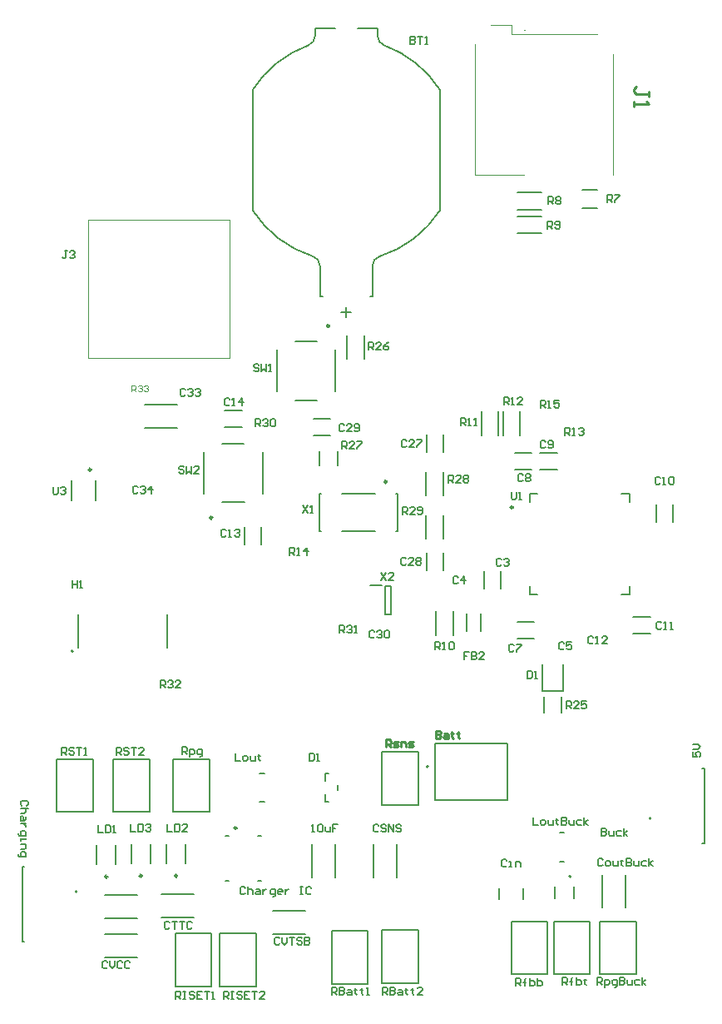
<source format=gto>
G04*
G04 #@! TF.GenerationSoftware,Altium Limited,Altium Designer,23.4.1 (23)*
G04*
G04 Layer_Color=65535*
%FSLAX25Y25*%
%MOIN*%
G70*
G04*
G04 #@! TF.SameCoordinates,C2C47735-DA82-4273-8B30-92E5B03AA998*
G04*
G04*
G04 #@! TF.FilePolarity,Positive*
G04*
G01*
G75*
%ADD10C,0.00787*%
%ADD11C,0.00394*%
%ADD12C,0.00984*%
%ADD13C,0.00500*%
%ADD14C,0.00700*%
%ADD15C,0.01000*%
%ADD16C,0.00492*%
D10*
X272461Y241595D02*
G03*
X272461Y241595I-394J0D01*
G01*
X414803Y195374D02*
G03*
X414803Y195374I-394J0D01*
G01*
X274091Y145346D02*
G03*
X274091Y145346I-394J0D01*
G01*
X504035Y174606D02*
G03*
X504035Y174606I-394J0D01*
G01*
X471917Y151390D02*
G03*
X471917Y151390I-394J0D01*
G01*
X395358Y399717D02*
G03*
X392382Y395839I1039J-3879D01*
G01*
X395357Y399719D02*
G03*
X419390Y418090I-13468J42525D01*
G01*
X419391Y466398D02*
G03*
X397179Y484149I-37501J-24154D01*
G01*
X394390Y487972D02*
G03*
X397178Y484149I4016J0D01*
G01*
X366602D02*
G03*
X369390Y487972I-1228J3824D01*
G01*
X366602Y484148D02*
G03*
X344390Y466398I15288J-41905D01*
G01*
X344390Y418092D02*
G03*
X368423Y399722I37501J24154D01*
G01*
X371398Y395839D02*
G03*
X368421Y399717I-4016J0D01*
G01*
X274291Y242854D02*
Y256358D01*
X309961Y242854D02*
Y256358D01*
X493626Y138961D02*
Y152001D01*
X484327Y138961D02*
Y152001D01*
X313386Y107480D02*
Y128740D01*
X327953D01*
Y107480D02*
Y128740D01*
X313386Y107480D02*
X327953D01*
X331102Y107480D02*
Y128740D01*
X345669D01*
Y107480D02*
Y128740D01*
X331102Y107480D02*
X345669D01*
X333465Y167717D02*
X334764D01*
X346339D02*
X347638D01*
Y149606D02*
Y149823D01*
Y167500D02*
Y167717D01*
X333465Y149606D02*
X334764D01*
X346339D02*
X347638D01*
X333465D02*
Y149823D01*
Y167500D02*
Y167717D01*
X301149Y330929D02*
X314189D01*
X301149Y340229D02*
X314189D01*
X285008Y119118D02*
X298047D01*
X285008Y128418D02*
X298047D01*
X303150Y177165D02*
Y198425D01*
X288583Y177165D02*
X303150D01*
X288583D02*
Y198425D01*
X303150D01*
X280315Y177165D02*
Y198425D01*
X265748Y177165D02*
X280315D01*
X265748D02*
Y198425D01*
X280315D01*
X396063Y179921D02*
Y201181D01*
X410630D01*
Y179921D02*
Y201181D01*
X396063Y179921D02*
X410630D01*
X479528Y112205D02*
Y133465D01*
X464961Y112205D02*
X479528D01*
X464961D02*
Y133465D01*
X479528D01*
X483465Y112205D02*
Y133465D01*
X498032D01*
Y112205D02*
Y133465D01*
X483465Y112205D02*
X498032D01*
X448031D02*
Y133465D01*
X462598D01*
Y112205D02*
Y133465D01*
X448031Y112205D02*
X462598D01*
X467308Y168918D02*
X469267D01*
X467308Y157484D02*
X469267D01*
X396063Y108661D02*
Y129921D01*
X410630D01*
Y108661D02*
Y129921D01*
X396063Y108661D02*
X410630D01*
X375984Y108268D02*
Y129528D01*
X390551D01*
Y108268D02*
Y129528D01*
X375984Y108268D02*
X390551D01*
X352346Y137575D02*
X365386D01*
X352346Y128275D02*
X365386D01*
X317504Y156595D02*
Y164469D01*
X309827Y156595D02*
Y164469D01*
X303331Y156595D02*
Y164469D01*
X295654Y156595D02*
Y164469D01*
X289551Y156201D02*
Y164075D01*
X281874Y156201D02*
Y164075D01*
X307842Y134866D02*
X320882D01*
X307842Y144166D02*
X320882D01*
X312598Y177165D02*
Y198425D01*
X327165D01*
Y177165D02*
Y198425D01*
X312598Y177165D02*
X327165D01*
X443110Y142323D02*
Y146654D01*
X452953Y142323D02*
Y146654D01*
X378543Y185960D02*
Y188055D01*
X373425Y192717D02*
X374697D01*
X373425Y181299D02*
Y184315D01*
Y189701D02*
Y192717D01*
Y181299D02*
X374697D01*
X347056Y181169D02*
X349015D01*
X347056Y192603D02*
X349015D01*
X377339Y151149D02*
Y164189D01*
X368039Y151149D02*
Y164189D01*
X285023Y143874D02*
X298063D01*
X285023Y134575D02*
X298063D01*
X402142Y151149D02*
Y164189D01*
X392842Y151149D02*
Y164189D01*
X455315Y304528D02*
X458563D01*
X492224D02*
X495472D01*
Y264370D02*
Y267618D01*
Y301280D02*
Y304528D01*
X455315Y264370D02*
X458563D01*
X492224D02*
X495472D01*
X455315D02*
Y267618D01*
Y301280D02*
Y304528D01*
X451402Y328096D02*
Y337593D01*
X444661Y328096D02*
Y337593D01*
X371398Y383661D02*
X372386D01*
X392382D02*
Y395839D01*
X419390Y418090D02*
Y466399D01*
X394390Y487972D02*
Y491142D01*
X369390D02*
X377386D01*
X369390Y487972D02*
Y491142D01*
X344390Y418090D02*
Y466399D01*
X371398Y383661D02*
Y395839D01*
X381890Y375433D02*
Y379370D01*
X379921Y377402D02*
X383858D01*
X391394Y383661D02*
X392382D01*
X386394Y491142D02*
X394390D01*
X332169Y301201D02*
X341059D01*
X332169Y324784D02*
X340945D01*
X324823Y304709D02*
Y321260D01*
X348406Y304709D02*
Y321260D01*
X353957Y345669D02*
Y362220D01*
X377539Y345669D02*
Y362220D01*
X361417Y342146D02*
X370193D01*
X361303Y365728D02*
X370193D01*
X368680Y334559D02*
X375569D01*
X368701Y327854D02*
X375590D01*
X378543Y315884D02*
Y321790D01*
X371260Y315884D02*
Y321790D01*
X450571Y415670D02*
X460067D01*
X450571Y408929D02*
X460067D01*
X476416Y426378D02*
X482321D01*
X476416Y419094D02*
X482321D01*
X450559Y418480D02*
X460055D01*
X450559Y425221D02*
X460055D01*
X512807Y293384D02*
Y300274D01*
X506102Y293405D02*
Y300295D01*
X437205Y266634D02*
Y273524D01*
X443909Y266655D02*
Y273545D01*
X424630Y248008D02*
Y257504D01*
X417889Y248008D02*
Y257504D01*
X420693Y303913D02*
Y313410D01*
X413952Y303913D02*
Y313410D01*
X449290Y314358D02*
X456180D01*
X449311Y321063D02*
X456201D01*
X420669Y274114D02*
Y281004D01*
X413965Y274093D02*
Y280983D01*
X271654Y301851D02*
Y310119D01*
X281496Y301851D02*
Y310119D01*
X380118Y289764D02*
X393504D01*
X380118Y304724D02*
X393504D01*
X371063Y289764D02*
X371850D01*
X371063D02*
Y304724D01*
X371850D01*
X401772Y289764D02*
X402559D01*
Y304724D01*
X401772D02*
X402559D01*
X389008Y358539D02*
Y368036D01*
X382267Y358539D02*
Y368036D01*
X347846Y284371D02*
Y291261D01*
X341142Y284350D02*
Y291240D01*
X391339Y267913D02*
X396063D01*
X397441Y256299D02*
Y267717D01*
Y256299D02*
X399803D01*
Y267717D01*
X397441D02*
X399803D01*
X450394Y253248D02*
X457283D01*
X450373Y246543D02*
X457262D01*
X435925Y249803D02*
Y256693D01*
X430216Y249803D02*
Y256693D01*
X496949Y255315D02*
X503839D01*
X496928Y248610D02*
X503818D01*
X460433Y225787D02*
Y236417D01*
Y225787D02*
X468701D01*
Y236417D01*
X468110Y217126D02*
Y223425D01*
X461024Y217126D02*
Y223425D01*
X420693Y286590D02*
Y296087D01*
X413952Y286590D02*
Y296087D01*
X333148Y338004D02*
X340038D01*
X333169Y331299D02*
X340059D01*
X420681Y321379D02*
Y328269D01*
X413976Y321358D02*
Y328248D01*
X459568Y314358D02*
X466458D01*
X459547Y321063D02*
X466437D01*
X436197Y328035D02*
Y337532D01*
X442937Y328035D02*
Y337532D01*
D11*
X453642Y490158D02*
G03*
X453248Y490158I-197J0D01*
G01*
D02*
G03*
X453642Y490158I197J0D01*
G01*
X433465Y432283D02*
Y484646D01*
Y432283D02*
X453248D01*
X488779D02*
Y480709D01*
X439862Y492283D02*
X448130D01*
Y488583D02*
Y492283D01*
Y488583D02*
X482382D01*
X278425Y414449D02*
X335118D01*
Y358937D02*
Y414449D01*
X278425Y358937D02*
X335118D01*
X278425D02*
Y414449D01*
D12*
X337992Y170768D02*
G03*
X337992Y170768I-492J0D01*
G01*
X314158Y151673D02*
G03*
X314158Y151673I-492J0D01*
G01*
X299984D02*
G03*
X299984Y151673I-492J0D01*
G01*
X286205Y151279D02*
G03*
X286205Y151279I-492J0D01*
G01*
X448720Y299213D02*
G03*
X448720Y299213I-492J0D01*
G01*
X328248Y295079D02*
G03*
X328248Y295079I-492J0D01*
G01*
X375098Y371850D02*
G03*
X375098Y371850I-492J0D01*
G01*
X279626Y314261D02*
G03*
X279626Y314261I-492J0D01*
G01*
X398130Y309449D02*
G03*
X398130Y309449I-492J0D01*
G01*
D13*
X417323Y181988D02*
Y204626D01*
X446457D01*
Y181988D02*
Y204626D01*
X417323Y181988D02*
X446457D01*
X252043Y125268D02*
X252949D01*
X252043D02*
Y155189D01*
X252949D01*
X524390Y194685D02*
X525295D01*
Y164764D02*
Y194685D01*
X524390Y164764D02*
X525295D01*
X473000Y142728D02*
Y147453D01*
X465323Y142728D02*
Y147453D01*
D14*
X332698Y102437D02*
Y105437D01*
X334197D01*
X334697Y104937D01*
Y103937D01*
X334197Y103437D01*
X332698D01*
X333697D02*
X334697Y102437D01*
X335697Y105437D02*
X336696D01*
X336196D01*
Y102437D01*
X335697D01*
X336696D01*
X340195Y104937D02*
X339695Y105437D01*
X338696D01*
X338196Y104937D01*
Y104437D01*
X338696Y103937D01*
X339695D01*
X340195Y103437D01*
Y102937D01*
X339695Y102437D01*
X338696D01*
X338196Y102937D01*
X343194Y105437D02*
X341195D01*
Y102437D01*
X343194D01*
X341195Y103937D02*
X342195D01*
X344194Y105437D02*
X346193D01*
X345194D01*
Y102437D01*
X349192D02*
X347193D01*
X349192Y104437D01*
Y104937D01*
X348692Y105437D01*
X347693D01*
X347193Y104937D01*
X272000Y269899D02*
Y266900D01*
Y268400D01*
X273999D01*
Y269899D01*
Y266900D01*
X274999D02*
X275999D01*
X275499D01*
Y269899D01*
X274999Y269399D01*
X367000Y200799D02*
Y197800D01*
X368499D01*
X368999Y198300D01*
Y200299D01*
X368499Y200799D01*
X367000D01*
X369999Y197800D02*
X370999D01*
X370499D01*
Y200799D01*
X369999Y200299D01*
X317292Y346275D02*
X316792Y346775D01*
X315792D01*
X315293Y346275D01*
Y344276D01*
X315792Y343776D01*
X316792D01*
X317292Y344276D01*
X318292Y346275D02*
X318792Y346775D01*
X319791D01*
X320291Y346275D01*
Y345775D01*
X319791Y345276D01*
X319291D01*
X319791D01*
X320291Y344776D01*
Y344276D01*
X319791Y343776D01*
X318792D01*
X318292Y344276D01*
X321291Y346275D02*
X321791Y346775D01*
X322790D01*
X323290Y346275D01*
Y345775D01*
X322790Y345276D01*
X322290D01*
X322790D01*
X323290Y344776D01*
Y344276D01*
X322790Y343776D01*
X321791D01*
X321291Y344276D01*
X286265Y117141D02*
X285765Y117641D01*
X284765D01*
X284266Y117141D01*
Y115142D01*
X284765Y114642D01*
X285765D01*
X286265Y115142D01*
X287265Y117641D02*
Y115642D01*
X288264Y114642D01*
X289264Y115642D01*
Y117641D01*
X292263Y117141D02*
X291763Y117641D01*
X290763D01*
X290264Y117141D01*
Y115142D01*
X290763Y114642D01*
X291763D01*
X292263Y115142D01*
X295262Y117141D02*
X294762Y117641D01*
X293762D01*
X293263Y117141D01*
Y115142D01*
X293762Y114642D01*
X294762D01*
X295262Y115142D01*
X520843Y201272D02*
Y199273D01*
X522342D01*
X521843Y200272D01*
Y200772D01*
X522342Y201272D01*
X523342D01*
X523842Y200772D01*
Y199772D01*
X523342Y199273D01*
X520843Y202272D02*
X522842D01*
X523842Y203271D01*
X522842Y204271D01*
X520843D01*
X289777Y200075D02*
Y203074D01*
X291277D01*
X291777Y202574D01*
Y201575D01*
X291277Y201075D01*
X289777D01*
X290777D02*
X291777Y200075D01*
X294776Y202574D02*
X294276Y203074D01*
X293276D01*
X292776Y202574D01*
Y202075D01*
X293276Y201575D01*
X294276D01*
X294776Y201075D01*
Y200575D01*
X294276Y200075D01*
X293276D01*
X292776Y200575D01*
X295775Y203074D02*
X297775D01*
X296775D01*
Y200075D01*
X300774D02*
X298775D01*
X300774Y202075D01*
Y202574D01*
X300274Y203074D01*
X299274D01*
X298775Y202574D01*
X267836Y200075D02*
Y203074D01*
X269336D01*
X269836Y202574D01*
Y201575D01*
X269336Y201075D01*
X267836D01*
X268836D02*
X269836Y200075D01*
X272835Y202574D02*
X272335Y203074D01*
X271335D01*
X270835Y202574D01*
Y202075D01*
X271335Y201575D01*
X272335D01*
X272835Y201075D01*
Y200575D01*
X272335Y200075D01*
X271335D01*
X270835Y200575D01*
X273834Y203074D02*
X275834D01*
X274834D01*
Y200075D01*
X276833D02*
X277833D01*
X277333D01*
Y203074D01*
X276833Y202574D01*
X316080Y200181D02*
Y203181D01*
X317580D01*
X318079Y202681D01*
Y201681D01*
X317580Y201181D01*
X316080D01*
X317080D02*
X318079Y200181D01*
X319079Y199182D02*
Y202181D01*
X320579D01*
X321078Y201681D01*
Y200681D01*
X320579Y200181D01*
X319079D01*
X323078Y199182D02*
X323578D01*
X324077Y199682D01*
Y202181D01*
X322578D01*
X322078Y201681D01*
Y200681D01*
X322578Y200181D01*
X324077D01*
X482379Y108055D02*
Y111055D01*
X483879D01*
X484378Y110555D01*
Y109555D01*
X483879Y109055D01*
X482379D01*
X483379D02*
X484378Y108055D01*
X485378Y107056D02*
Y110055D01*
X486878D01*
X487378Y109555D01*
Y108555D01*
X486878Y108055D01*
X485378D01*
X489377Y107056D02*
X489877D01*
X490377Y107556D01*
Y110055D01*
X488877D01*
X488377Y109555D01*
Y108555D01*
X488877Y108055D01*
X490377D01*
X491376Y111055D02*
Y108055D01*
X492876D01*
X493376Y108555D01*
Y109055D01*
X492876Y109555D01*
X491376D01*
X492876D01*
X493376Y110055D01*
Y110555D01*
X492876Y111055D01*
X491376D01*
X494375Y110055D02*
Y108555D01*
X494875Y108055D01*
X496375D01*
Y110055D01*
X499374D02*
X497874D01*
X497374Y109555D01*
Y108555D01*
X497874Y108055D01*
X499374D01*
X500373D02*
Y111055D01*
Y109055D02*
X501873Y110055D01*
X500373Y109055D02*
X501873Y108055D01*
X313512Y102437D02*
Y105437D01*
X315012D01*
X315512Y104937D01*
Y103937D01*
X315012Y103437D01*
X313512D01*
X314512D02*
X315512Y102437D01*
X316511Y105437D02*
X317511D01*
X317011D01*
Y102437D01*
X316511D01*
X317511D01*
X321010Y104937D02*
X320510Y105437D01*
X319510D01*
X319011Y104937D01*
Y104437D01*
X319510Y103937D01*
X320510D01*
X321010Y103437D01*
Y102937D01*
X320510Y102437D01*
X319510D01*
X319011Y102937D01*
X324009Y105437D02*
X322010D01*
Y102437D01*
X324009D01*
X322010Y103937D02*
X323009D01*
X325009Y105437D02*
X327008D01*
X326008D01*
Y102437D01*
X328008D02*
X329007D01*
X328507D01*
Y105437D01*
X328008Y104937D01*
X468480Y107949D02*
Y110948D01*
X469979D01*
X470479Y110449D01*
Y109449D01*
X469979Y108949D01*
X468480D01*
X469480D02*
X470479Y107949D01*
X471979D02*
Y110449D01*
Y109449D01*
X471479D01*
X472479D01*
X471979D01*
Y110449D01*
X472479Y110948D01*
X473978D02*
Y107949D01*
X475478D01*
X475978Y108449D01*
Y108949D01*
Y109449D01*
X475478Y109949D01*
X473978D01*
X477477Y110449D02*
Y109949D01*
X476977D01*
X477977D01*
X477477D01*
Y108449D01*
X477977Y107949D01*
X449870Y107556D02*
Y110555D01*
X451369D01*
X451869Y110055D01*
Y109055D01*
X451369Y108555D01*
X449870D01*
X450870D02*
X451869Y107556D01*
X453369D02*
Y110055D01*
Y109055D01*
X452869D01*
X453868D01*
X453369D01*
Y110055D01*
X453868Y110555D01*
X455368D02*
Y107556D01*
X456868D01*
X457367Y108055D01*
Y108555D01*
Y109055D01*
X456868Y109555D01*
X455368D01*
X458367Y110555D02*
Y107556D01*
X459867D01*
X460366Y108055D01*
Y108555D01*
Y109055D01*
X459867Y109555D01*
X458367D01*
X396333Y104012D02*
Y107011D01*
X397833D01*
X398333Y106511D01*
Y105512D01*
X397833Y105012D01*
X396333D01*
X397333D02*
X398333Y104012D01*
X399332Y107011D02*
Y104012D01*
X400832D01*
X401332Y104512D01*
Y105012D01*
X400832Y105512D01*
X399332D01*
X400832D01*
X401332Y106012D01*
Y106511D01*
X400832Y107011D01*
X399332D01*
X402831Y106012D02*
X403831D01*
X404331Y105512D01*
Y104012D01*
X402831D01*
X402331Y104512D01*
X402831Y105012D01*
X404331D01*
X405830Y106511D02*
Y106012D01*
X405330D01*
X406330D01*
X405830D01*
Y104512D01*
X406330Y104012D01*
X408329Y106511D02*
Y106012D01*
X407830D01*
X408829D01*
X408329D01*
Y104512D01*
X408829Y104012D01*
X412328D02*
X410329D01*
X412328Y106012D01*
Y106511D01*
X411828Y107011D01*
X410829D01*
X410329Y106511D01*
X375967Y104012D02*
Y107011D01*
X377467D01*
X377966Y106511D01*
Y105512D01*
X377467Y105012D01*
X375967D01*
X376967D02*
X377966Y104012D01*
X378966Y107011D02*
Y104012D01*
X380466D01*
X380965Y104512D01*
Y105012D01*
X380466Y105512D01*
X378966D01*
X380466D01*
X380965Y106012D01*
Y106511D01*
X380466Y107011D01*
X378966D01*
X382465Y106012D02*
X383465D01*
X383964Y105512D01*
Y104012D01*
X382465D01*
X381965Y104512D01*
X382465Y105012D01*
X383964D01*
X385464Y106511D02*
Y106012D01*
X384964D01*
X385964D01*
X385464D01*
Y104512D01*
X385964Y104012D01*
X387963Y106511D02*
Y106012D01*
X387463D01*
X388463D01*
X387963D01*
Y104512D01*
X388463Y104012D01*
X389963D02*
X390962D01*
X390462D01*
Y107011D01*
X389963Y106511D01*
X337300Y200699D02*
Y197700D01*
X339299D01*
X340799D02*
X341798D01*
X342298Y198200D01*
Y199199D01*
X341798Y199699D01*
X340799D01*
X340299Y199199D01*
Y198200D01*
X340799Y197700D01*
X343298Y199699D02*
Y198200D01*
X343798Y197700D01*
X345297D01*
Y199699D01*
X346797Y200199D02*
Y199699D01*
X346297D01*
X347297D01*
X346797D01*
Y198200D01*
X347297Y197700D01*
X456720Y175122D02*
Y172123D01*
X458719D01*
X460219D02*
X461219D01*
X461719Y172622D01*
Y173622D01*
X461219Y174122D01*
X460219D01*
X459719Y173622D01*
Y172622D01*
X460219Y172123D01*
X462718Y174122D02*
Y172622D01*
X463218Y172123D01*
X464717D01*
Y174122D01*
X466217Y174622D02*
Y174122D01*
X465717D01*
X466717D01*
X466217D01*
Y172622D01*
X466717Y172123D01*
X468216Y175122D02*
Y172123D01*
X469716D01*
X470216Y172622D01*
Y173122D01*
X469716Y173622D01*
X468216D01*
X469716D01*
X470216Y174122D01*
Y174622D01*
X469716Y175122D01*
X468216D01*
X471215Y174122D02*
Y172622D01*
X471715Y172123D01*
X473215D01*
Y174122D01*
X476214D02*
X474714D01*
X474214Y173622D01*
Y172622D01*
X474714Y172123D01*
X476214D01*
X477213D02*
Y175122D01*
Y173122D02*
X478713Y174122D01*
X477213Y173122D02*
X478713Y172123D01*
X295608Y172366D02*
Y169367D01*
X297607D01*
X298607Y172366D02*
Y169367D01*
X300106D01*
X300606Y169867D01*
Y171866D01*
X300106Y172366D01*
X298607D01*
X301606Y171866D02*
X302105Y172366D01*
X303105D01*
X303605Y171866D01*
Y171366D01*
X303105Y170866D01*
X302605D01*
X303105D01*
X303605Y170366D01*
Y169867D01*
X303105Y169367D01*
X302105D01*
X301606Y169867D01*
X355238Y126590D02*
X354738Y127090D01*
X353738D01*
X353239Y126590D01*
Y124591D01*
X353738Y124091D01*
X354738D01*
X355238Y124591D01*
X356238Y127090D02*
Y125091D01*
X357237Y124091D01*
X358237Y125091D01*
Y127090D01*
X359237D02*
X361236D01*
X360236D01*
Y124091D01*
X364235Y126590D02*
X363735Y127090D01*
X362735D01*
X362236Y126590D01*
Y126090D01*
X362735Y125591D01*
X363735D01*
X364235Y125091D01*
Y124591D01*
X363735Y124091D01*
X362735D01*
X362236Y124591D01*
X365235Y127090D02*
Y124091D01*
X366734D01*
X367234Y124591D01*
Y125091D01*
X366734Y125591D01*
X365235D01*
X366734D01*
X367234Y126090D01*
Y126590D01*
X366734Y127090D01*
X365235D01*
X311068Y132889D02*
X310568Y133389D01*
X309569D01*
X309069Y132889D01*
Y130890D01*
X309569Y130390D01*
X310568D01*
X311068Y130890D01*
X312068Y133389D02*
X314067D01*
X313067D01*
Y130390D01*
X315067Y133389D02*
X317066D01*
X316066D01*
Y130390D01*
X320065Y132889D02*
X319565Y133389D01*
X318566D01*
X318066Y132889D01*
Y130890D01*
X318566Y130390D01*
X319565D01*
X320065Y130890D01*
X394799Y171799D02*
X394300Y172299D01*
X393300D01*
X392800Y171799D01*
Y169800D01*
X393300Y169300D01*
X394300D01*
X394799Y169800D01*
X397798Y171799D02*
X397299Y172299D01*
X396299D01*
X395799Y171799D01*
Y171299D01*
X396299Y170800D01*
X397299D01*
X397798Y170300D01*
Y169800D01*
X397299Y169300D01*
X396299D01*
X395799Y169800D01*
X398798Y169300D02*
Y172299D01*
X400797Y169300D01*
Y172299D01*
X403796Y171799D02*
X403297Y172299D01*
X402297D01*
X401797Y171799D01*
Y171299D01*
X402297Y170800D01*
X403297D01*
X403796Y170300D01*
Y169800D01*
X403297Y169300D01*
X402297D01*
X401797Y169800D01*
X484704Y158086D02*
X484204Y158586D01*
X483204D01*
X482704Y158086D01*
Y156087D01*
X483204Y155587D01*
X484204D01*
X484704Y156087D01*
X486203Y155587D02*
X487203D01*
X487703Y156087D01*
Y157087D01*
X487203Y157586D01*
X486203D01*
X485703Y157087D01*
Y156087D01*
X486203Y155587D01*
X488702Y157586D02*
Y156087D01*
X489202Y155587D01*
X490702D01*
Y157586D01*
X492201Y158086D02*
Y157586D01*
X491701D01*
X492701D01*
X492201D01*
Y156087D01*
X492701Y155587D01*
X494201Y158586D02*
Y155587D01*
X495700D01*
X496200Y156087D01*
Y156587D01*
X495700Y157087D01*
X494201D01*
X495700D01*
X496200Y157586D01*
Y158086D01*
X495700Y158586D01*
X494201D01*
X497200Y157586D02*
Y156087D01*
X497699Y155587D01*
X499199D01*
Y157586D01*
X502198D02*
X500699D01*
X500199Y157087D01*
Y156087D01*
X500699Y155587D01*
X502198D01*
X503198D02*
Y158586D01*
Y156587D02*
X504697Y157586D01*
X503198Y156587D02*
X504697Y155587D01*
X446282Y157693D02*
X445782Y158192D01*
X444783D01*
X444283Y157693D01*
Y155693D01*
X444783Y155193D01*
X445782D01*
X446282Y155693D01*
X447282Y155193D02*
X448281D01*
X447782D01*
Y157193D01*
X447282D01*
X449781Y155193D02*
Y157193D01*
X451280D01*
X451780Y156693D01*
Y155193D01*
X253862Y179719D02*
X254362Y180219D01*
Y181219D01*
X253862Y181719D01*
X251862D01*
X251362Y181219D01*
Y180219D01*
X251862Y179719D01*
X254362Y178720D02*
X251362D01*
X252862D01*
X253362Y178220D01*
Y177220D01*
X252862Y176720D01*
X251362D01*
X253362Y175221D02*
Y174221D01*
X252862Y173721D01*
X251362D01*
Y175221D01*
X251862Y175721D01*
X252362Y175221D01*
Y173721D01*
X253362Y172722D02*
X251362D01*
X252362D01*
X252862Y172222D01*
X253362Y171722D01*
Y171222D01*
X250363Y168723D02*
Y168223D01*
X250863Y167723D01*
X253362D01*
Y169223D01*
X252862Y169723D01*
X251862D01*
X251362Y169223D01*
Y167723D01*
Y166724D02*
Y165724D01*
Y166224D01*
X253362D01*
Y166724D01*
X251362Y164225D02*
X253362D01*
Y162725D01*
X252862Y162225D01*
X251362D01*
X250363Y160226D02*
Y159726D01*
X250863Y159226D01*
X253362D01*
Y160726D01*
X252862Y161225D01*
X251862D01*
X251362Y160726D01*
Y159226D01*
X282328Y171972D02*
Y168973D01*
X284327D01*
X285327Y171972D02*
Y168973D01*
X286826D01*
X287326Y169473D01*
Y171472D01*
X286826Y171972D01*
X285327D01*
X288326Y168973D02*
X289326D01*
X288826D01*
Y171972D01*
X288326Y171472D01*
X341297Y146775D02*
X340797Y147275D01*
X339798D01*
X339298Y146775D01*
Y144776D01*
X339798Y144276D01*
X340797D01*
X341297Y144776D01*
X342297Y147275D02*
Y144276D01*
Y145775D01*
X342797Y146275D01*
X343796D01*
X344296Y145775D01*
Y144276D01*
X345796Y146275D02*
X346796D01*
X347295Y145775D01*
Y144276D01*
X345796D01*
X345296Y144776D01*
X345796Y145276D01*
X347295D01*
X348295Y146275D02*
Y144276D01*
Y145276D01*
X348795Y145775D01*
X349295Y146275D01*
X349795D01*
X352294Y143276D02*
X352794D01*
X353293Y143776D01*
Y146275D01*
X351794D01*
X351294Y145775D01*
Y144776D01*
X351794Y144276D01*
X353293D01*
X355793D02*
X354793D01*
X354293Y144776D01*
Y145775D01*
X354793Y146275D01*
X355793D01*
X356292Y145775D01*
Y145276D01*
X354293D01*
X357292Y146275D02*
Y144276D01*
Y145276D01*
X357792Y145775D01*
X358292Y146275D01*
X358792D01*
X363290Y147275D02*
X364290D01*
X363790D01*
Y144276D01*
X363290D01*
X364290D01*
X367789Y146775D02*
X367289Y147275D01*
X366289D01*
X365789Y146775D01*
Y144776D01*
X366289Y144276D01*
X367289D01*
X367789Y144776D01*
X484122Y170791D02*
Y167792D01*
X485621D01*
X486121Y168292D01*
Y168791D01*
X485621Y169291D01*
X484122D01*
X485621D01*
X486121Y169791D01*
Y170291D01*
X485621Y170791D01*
X484122D01*
X487121Y169791D02*
Y168292D01*
X487621Y167792D01*
X489120D01*
Y169791D01*
X492119D02*
X490620D01*
X490120Y169291D01*
Y168292D01*
X490620Y167792D01*
X492119D01*
X493119D02*
Y170791D01*
Y168791D02*
X494618Y169791D01*
X493119Y168791D02*
X494618Y167792D01*
X368000Y169300D02*
X369000D01*
X368500D01*
Y172299D01*
X368000Y171799D01*
X370499D02*
X370999Y172299D01*
X371999D01*
X372498Y171799D01*
Y169800D01*
X371999Y169300D01*
X370999D01*
X370499Y169800D01*
Y171799D01*
X373498Y171299D02*
Y169800D01*
X373998Y169300D01*
X375498D01*
Y171299D01*
X378497Y172299D02*
X376497D01*
Y170800D01*
X377497D01*
X376497D01*
Y169300D01*
X310174Y172366D02*
Y169367D01*
X312174D01*
X313174Y172366D02*
Y169367D01*
X314673D01*
X315173Y169867D01*
Y171866D01*
X314673Y172366D01*
X313174D01*
X318172Y169367D02*
X316173D01*
X318172Y171366D01*
Y171866D01*
X317672Y172366D01*
X316672D01*
X316173Y171866D01*
X448001Y305436D02*
Y302937D01*
X448500Y302437D01*
X449500D01*
X450000Y302937D01*
Y305436D01*
X451000Y302437D02*
X451999D01*
X451500D01*
Y305436D01*
X451000Y304937D01*
X445070Y340233D02*
Y343232D01*
X446570D01*
X447070Y342732D01*
Y341732D01*
X446570Y341232D01*
X445070D01*
X446070D02*
X447070Y340233D01*
X448069D02*
X449069D01*
X448569D01*
Y343232D01*
X448069Y342732D01*
X452568Y340233D02*
X450568D01*
X452568Y342232D01*
Y342732D01*
X452068Y343232D01*
X451068D01*
X450568Y342732D01*
X269973Y401893D02*
X268973D01*
X269473D01*
Y399394D01*
X268973Y398894D01*
X268473D01*
X267973Y399394D01*
X270972Y401393D02*
X271472Y401893D01*
X272472D01*
X272972Y401393D01*
Y400893D01*
X272472Y400394D01*
X271972D01*
X272472D01*
X272972Y399894D01*
Y399394D01*
X272472Y398894D01*
X271472D01*
X270972Y399394D01*
X298394Y307299D02*
X297895Y307799D01*
X296895D01*
X296395Y307299D01*
Y305299D01*
X296895Y304800D01*
X297895D01*
X298394Y305299D01*
X299394Y307299D02*
X299894Y307799D01*
X300894D01*
X301393Y307299D01*
Y306799D01*
X300894Y306299D01*
X300394D01*
X300894D01*
X301393Y305799D01*
Y305299D01*
X300894Y304800D01*
X299894D01*
X299394Y305299D01*
X303893Y304800D02*
Y307799D01*
X302393Y306299D01*
X304392D01*
X395926Y273153D02*
X397925Y270154D01*
Y273153D02*
X395926Y270154D01*
X400924D02*
X398925D01*
X400924Y272153D01*
Y272653D01*
X400425Y273153D01*
X399425D01*
X398925Y272653D01*
X364536Y299925D02*
X366535Y296926D01*
Y299925D02*
X364536Y296926D01*
X367535D02*
X368535D01*
X368035D01*
Y299925D01*
X367535Y299425D01*
X264430Y307405D02*
Y304906D01*
X264930Y304406D01*
X265930D01*
X266429Y304906D01*
Y307405D01*
X267429Y306905D02*
X267929Y307405D01*
X268929D01*
X269428Y306905D01*
Y306405D01*
X268929Y305906D01*
X268429D01*
X268929D01*
X269428Y305406D01*
Y304906D01*
X268929Y304406D01*
X267929D01*
X267429Y304906D01*
X316898Y315173D02*
X316399Y315673D01*
X315399D01*
X314899Y315173D01*
Y314673D01*
X315399Y314173D01*
X316399D01*
X316898Y313673D01*
Y313174D01*
X316399Y312674D01*
X315399D01*
X314899Y313174D01*
X317898Y315673D02*
Y312674D01*
X318898Y313673D01*
X319897Y312674D01*
Y315673D01*
X322896Y312674D02*
X320897D01*
X322896Y314673D01*
Y315173D01*
X322396Y315673D01*
X321397D01*
X320897Y315173D01*
X346926Y356118D02*
X346426Y356618D01*
X345426D01*
X344926Y356118D01*
Y355618D01*
X345426Y355118D01*
X346426D01*
X346926Y354618D01*
Y354118D01*
X346426Y353619D01*
X345426D01*
X344926Y354118D01*
X347925Y356618D02*
Y353619D01*
X348925Y354618D01*
X349925Y353619D01*
Y356618D01*
X350924Y353619D02*
X351924D01*
X351424D01*
Y356618D01*
X350924Y356118D01*
X307419Y226847D02*
Y229846D01*
X308918D01*
X309418Y229346D01*
Y228346D01*
X308918Y227847D01*
X307419D01*
X308418D02*
X309418Y226847D01*
X310418Y229346D02*
X310917Y229846D01*
X311917D01*
X312417Y229346D01*
Y228846D01*
X311917Y228346D01*
X311417D01*
X311917D01*
X312417Y227847D01*
Y227347D01*
X311917Y226847D01*
X310917D01*
X310418Y227347D01*
X315416Y226847D02*
X313417D01*
X315416Y228846D01*
Y229346D01*
X314916Y229846D01*
X313916D01*
X313417Y229346D01*
X379178Y248894D02*
Y251893D01*
X380678D01*
X381178Y251393D01*
Y250394D01*
X380678Y249894D01*
X379178D01*
X380178D02*
X381178Y248894D01*
X382177Y251393D02*
X382677Y251893D01*
X383677D01*
X384177Y251393D01*
Y250893D01*
X383677Y250394D01*
X383177D01*
X383677D01*
X384177Y249894D01*
Y249394D01*
X383677Y248894D01*
X382677D01*
X382177Y249394D01*
X385176Y248894D02*
X386176D01*
X385676D01*
Y251893D01*
X385176Y251393D01*
X345608Y331571D02*
Y334570D01*
X347107D01*
X347607Y334071D01*
Y333071D01*
X347107Y332571D01*
X345608D01*
X346607D02*
X347607Y331571D01*
X348607Y334071D02*
X349107Y334570D01*
X350106D01*
X350606Y334071D01*
Y333571D01*
X350106Y333071D01*
X349606D01*
X350106D01*
X350606Y332571D01*
Y332071D01*
X350106Y331571D01*
X349107D01*
X348607Y332071D01*
X351606Y334071D02*
X352105Y334570D01*
X353105D01*
X353605Y334071D01*
Y332071D01*
X353105Y331571D01*
X352105D01*
X351606Y332071D01*
Y334071D01*
X404367Y296434D02*
Y299433D01*
X405867D01*
X406367Y298933D01*
Y297933D01*
X405867Y297433D01*
X404367D01*
X405367D02*
X406367Y296434D01*
X409366D02*
X407367D01*
X409366Y298433D01*
Y298933D01*
X408866Y299433D01*
X407866D01*
X407367Y298933D01*
X410365Y296933D02*
X410865Y296434D01*
X411865D01*
X412365Y296933D01*
Y298933D01*
X411865Y299433D01*
X410865D01*
X410365Y298933D01*
Y298433D01*
X410865Y297933D01*
X412365D01*
X422871Y309130D02*
Y312129D01*
X424371D01*
X424871Y311630D01*
Y310630D01*
X424371Y310130D01*
X422871D01*
X423871D02*
X424871Y309130D01*
X427870D02*
X425870D01*
X427870Y311130D01*
Y311630D01*
X427370Y312129D01*
X426370D01*
X425870Y311630D01*
X428869D02*
X429369Y312129D01*
X430369D01*
X430869Y311630D01*
Y311130D01*
X430369Y310630D01*
X430869Y310130D01*
Y309630D01*
X430369Y309130D01*
X429369D01*
X428869Y309630D01*
Y310130D01*
X429369Y310630D01*
X428869Y311130D01*
Y311630D01*
X429369Y310630D02*
X430369D01*
X380253Y322516D02*
Y325515D01*
X381753D01*
X382253Y325015D01*
Y324016D01*
X381753Y323516D01*
X380253D01*
X381253D02*
X382253Y322516D01*
X385252D02*
X383252D01*
X385252Y324516D01*
Y325015D01*
X384752Y325515D01*
X383752D01*
X383252Y325015D01*
X386251Y325515D02*
X388251D01*
Y325015D01*
X386251Y323016D01*
Y322516D01*
X390883Y362280D02*
Y365279D01*
X392383D01*
X392882Y364779D01*
Y363779D01*
X392383Y363280D01*
X390883D01*
X391883D02*
X392882Y362280D01*
X395882D02*
X393882D01*
X395882Y364279D01*
Y364779D01*
X395382Y365279D01*
X394382D01*
X393882Y364779D01*
X398881Y365279D02*
X397881Y364779D01*
X396881Y363779D01*
Y362780D01*
X397381Y362280D01*
X398381D01*
X398881Y362780D01*
Y363280D01*
X398381Y363779D01*
X396881D01*
X470017Y218579D02*
Y221578D01*
X471517D01*
X472016Y221078D01*
Y220079D01*
X471517Y219579D01*
X470017D01*
X471017D02*
X472016Y218579D01*
X475015D02*
X473016D01*
X475015Y220579D01*
Y221078D01*
X474516Y221578D01*
X473516D01*
X473016Y221078D01*
X478015Y221578D02*
X476015D01*
Y220079D01*
X477015Y220579D01*
X477515D01*
X478015Y220079D01*
Y219079D01*
X477515Y218579D01*
X476515D01*
X476015Y219079D01*
X459637Y339052D02*
Y342051D01*
X461137D01*
X461636Y341551D01*
Y340551D01*
X461137Y340051D01*
X459637D01*
X460637D02*
X461636Y339052D01*
X462636D02*
X463636D01*
X463136D01*
Y342051D01*
X462636Y341551D01*
X467135Y342051D02*
X465135D01*
Y340551D01*
X466135Y341051D01*
X466635D01*
X467135Y340551D01*
Y339551D01*
X466635Y339052D01*
X465635D01*
X465135Y339551D01*
X359243Y279996D02*
Y282996D01*
X360743D01*
X361243Y282496D01*
Y281496D01*
X360743Y280996D01*
X359243D01*
X360243D02*
X361243Y279996D01*
X362242D02*
X363242D01*
X362742D01*
Y282996D01*
X362242Y282496D01*
X366241Y279996D02*
Y282996D01*
X364742Y281496D01*
X366741D01*
X469480Y328028D02*
Y331027D01*
X470979D01*
X471479Y330527D01*
Y329528D01*
X470979Y329028D01*
X469480D01*
X470479D02*
X471479Y328028D01*
X472479D02*
X473478D01*
X472978D01*
Y331027D01*
X472479Y330527D01*
X474978D02*
X475478Y331027D01*
X476477D01*
X476977Y330527D01*
Y330027D01*
X476477Y329528D01*
X475978D01*
X476477D01*
X476977Y329028D01*
Y328528D01*
X476477Y328028D01*
X475478D01*
X474978Y328528D01*
X427657Y331867D02*
Y334866D01*
X429156D01*
X429656Y334366D01*
Y333366D01*
X429156Y332866D01*
X427657D01*
X428656D02*
X429656Y331867D01*
X430656D02*
X431655D01*
X431155D01*
Y334866D01*
X430656Y334366D01*
X433155Y331867D02*
X434155D01*
X433655D01*
Y334866D01*
X433155Y334366D01*
X417511Y242201D02*
Y245200D01*
X419011D01*
X419510Y244701D01*
Y243701D01*
X419011Y243201D01*
X417511D01*
X418511D02*
X419510Y242201D01*
X420510D02*
X421510D01*
X421010D01*
Y245200D01*
X420510Y244701D01*
X423009D02*
X423509Y245200D01*
X424509D01*
X425009Y244701D01*
Y242701D01*
X424509Y242201D01*
X423509D01*
X423009Y242701D01*
Y244701D01*
X462461Y410705D02*
Y413704D01*
X463961D01*
X464461Y413204D01*
Y412205D01*
X463961Y411705D01*
X462461D01*
X463461D02*
X464461Y410705D01*
X465460Y411205D02*
X465960Y410705D01*
X466960D01*
X467460Y411205D01*
Y413204D01*
X466960Y413704D01*
X465960D01*
X465460Y413204D01*
Y412705D01*
X465960Y412205D01*
X467460D01*
X462855Y420548D02*
Y423547D01*
X464355D01*
X464854Y423047D01*
Y422047D01*
X464355Y421547D01*
X462855D01*
X463855D02*
X464854Y420548D01*
X465854Y423047D02*
X466354Y423547D01*
X467354D01*
X467853Y423047D01*
Y422547D01*
X467354Y422047D01*
X467853Y421547D01*
Y421048D01*
X467354Y420548D01*
X466354D01*
X465854Y421048D01*
Y421547D01*
X466354Y422047D01*
X465854Y422547D01*
Y423047D01*
X466354Y422047D02*
X467354D01*
X486576Y421434D02*
Y424433D01*
X488075D01*
X488575Y423933D01*
Y422933D01*
X488075Y422433D01*
X486576D01*
X487575D02*
X488575Y421434D01*
X489575Y424433D02*
X491574D01*
Y423933D01*
X489575Y421933D01*
Y421434D01*
X431072Y241263D02*
X429072D01*
Y239764D01*
X430072D01*
X429072D01*
Y238264D01*
X432071Y241263D02*
Y238264D01*
X433571D01*
X434071Y238764D01*
Y239264D01*
X433571Y239764D01*
X432071D01*
X433571D01*
X434071Y240264D01*
Y240763D01*
X433571Y241263D01*
X432071D01*
X437070Y238264D02*
X435070D01*
X437070Y240264D01*
Y240763D01*
X436570Y241263D01*
X435570D01*
X435070Y240763D01*
X454300Y233783D02*
Y230784D01*
X455799D01*
X456299Y231284D01*
Y233283D01*
X455799Y233783D01*
X454300D01*
X457299Y230784D02*
X458299D01*
X457799D01*
Y233783D01*
X457299Y233283D01*
X393276Y249425D02*
X392776Y249925D01*
X391777D01*
X391277Y249425D01*
Y247426D01*
X391777Y246926D01*
X392776D01*
X393276Y247426D01*
X394276Y249425D02*
X394776Y249925D01*
X395775D01*
X396275Y249425D01*
Y248925D01*
X395775Y248425D01*
X395276D01*
X395775D01*
X396275Y247925D01*
Y247426D01*
X395775Y246926D01*
X394776D01*
X394276Y247426D01*
X397275Y249425D02*
X397775Y249925D01*
X398775D01*
X399274Y249425D01*
Y247426D01*
X398775Y246926D01*
X397775D01*
X397275Y247426D01*
Y249425D01*
X381071Y332102D02*
X380572Y332602D01*
X379572D01*
X379072Y332102D01*
Y330103D01*
X379572Y329603D01*
X380572D01*
X381071Y330103D01*
X384071Y329603D02*
X382071D01*
X384071Y331602D01*
Y332102D01*
X383571Y332602D01*
X382571D01*
X382071Y332102D01*
X385070Y330103D02*
X385570Y329603D01*
X386570D01*
X387070Y330103D01*
Y332102D01*
X386570Y332602D01*
X385570D01*
X385070Y332102D01*
Y331602D01*
X385570Y331102D01*
X387070D01*
X405875Y278559D02*
X405375Y279059D01*
X404375D01*
X403875Y278559D01*
Y276559D01*
X404375Y276060D01*
X405375D01*
X405875Y276559D01*
X408874Y276060D02*
X406874D01*
X408874Y278059D01*
Y278559D01*
X408374Y279059D01*
X407374D01*
X406874Y278559D01*
X409873D02*
X410373Y279059D01*
X411373D01*
X411873Y278559D01*
Y278059D01*
X411373Y277559D01*
X411873Y277059D01*
Y276559D01*
X411373Y276060D01*
X410373D01*
X409873Y276559D01*
Y277059D01*
X410373Y277559D01*
X409873Y278059D01*
Y278559D01*
X410373Y277559D02*
X411373D01*
X405973Y325803D02*
X405473Y326303D01*
X404474D01*
X403974Y325803D01*
Y323803D01*
X404474Y323304D01*
X405473D01*
X405973Y323803D01*
X408972Y323304D02*
X406973D01*
X408972Y325303D01*
Y325803D01*
X408472Y326303D01*
X407473D01*
X406973Y325803D01*
X409972Y326303D02*
X411971D01*
Y325803D01*
X409972Y323803D01*
Y323304D01*
X335258Y342338D02*
X334759Y342838D01*
X333759D01*
X333259Y342338D01*
Y340339D01*
X333759Y339839D01*
X334759D01*
X335258Y340339D01*
X336258Y339839D02*
X337258D01*
X336758D01*
Y342838D01*
X336258Y342338D01*
X340257Y339839D02*
Y342838D01*
X338757Y341339D01*
X340757D01*
X333684Y289976D02*
X333184Y290476D01*
X332184D01*
X331684Y289976D01*
Y287977D01*
X332184Y287477D01*
X333184D01*
X333684Y287977D01*
X334683Y287477D02*
X335683D01*
X335183D01*
Y290476D01*
X334683Y289976D01*
X337182D02*
X337682Y290476D01*
X338682D01*
X339182Y289976D01*
Y289476D01*
X338682Y288976D01*
X338182D01*
X338682D01*
X339182Y288476D01*
Y287977D01*
X338682Y287477D01*
X337682D01*
X337182Y287977D01*
X480928Y247063D02*
X480428Y247563D01*
X479428D01*
X478928Y247063D01*
Y245063D01*
X479428Y244564D01*
X480428D01*
X480928Y245063D01*
X481927Y244564D02*
X482927D01*
X482427D01*
Y247563D01*
X481927Y247063D01*
X486426Y244564D02*
X484427D01*
X486426Y246563D01*
Y247063D01*
X485926Y247563D01*
X484927D01*
X484427Y247063D01*
X508199Y252968D02*
X507699Y253468D01*
X506700D01*
X506200Y252968D01*
Y250969D01*
X506700Y250469D01*
X507699D01*
X508199Y250969D01*
X509199Y250469D02*
X510199D01*
X509699D01*
Y253468D01*
X509199Y252968D01*
X511698Y250469D02*
X512698D01*
X512198D01*
Y253468D01*
X511698Y252968D01*
X507699Y310842D02*
X507200Y311342D01*
X506200D01*
X505700Y310842D01*
Y308843D01*
X506200Y308343D01*
X507200D01*
X507699Y308843D01*
X508699Y308343D02*
X509699D01*
X509199D01*
Y311342D01*
X508699Y310842D01*
X511198D02*
X511698Y311342D01*
X512698D01*
X513198Y310842D01*
Y308843D01*
X512698Y308343D01*
X511698D01*
X511198Y308843D01*
Y310842D01*
X461705Y325409D02*
X461205Y325909D01*
X460205D01*
X459705Y325409D01*
Y323410D01*
X460205Y322910D01*
X461205D01*
X461705Y323410D01*
X462705D02*
X463204Y322910D01*
X464204D01*
X464704Y323410D01*
Y325409D01*
X464204Y325909D01*
X463204D01*
X462705Y325409D01*
Y324909D01*
X463204Y324410D01*
X464704D01*
X452650Y312023D02*
X452150Y312523D01*
X451150D01*
X450650Y312023D01*
Y310024D01*
X451150Y309524D01*
X452150D01*
X452650Y310024D01*
X453649Y312023D02*
X454149Y312523D01*
X455149D01*
X455649Y312023D01*
Y311524D01*
X455149Y311024D01*
X455649Y310524D01*
Y310024D01*
X455149Y309524D01*
X454149D01*
X453649Y310024D01*
Y310524D01*
X454149Y311024D01*
X453649Y311524D01*
Y312023D01*
X454149Y311024D02*
X455149D01*
X449107Y243913D02*
X448607Y244413D01*
X447607D01*
X447107Y243913D01*
Y241914D01*
X447607Y241414D01*
X448607D01*
X449107Y241914D01*
X450106Y244413D02*
X452106D01*
Y243913D01*
X450106Y241914D01*
Y241414D01*
X469185Y244799D02*
X468685Y245299D01*
X467686D01*
X467186Y244799D01*
Y242799D01*
X467686Y242300D01*
X468685D01*
X469185Y242799D01*
X472184Y245299D02*
X470185D01*
Y243799D01*
X471185Y244299D01*
X471684D01*
X472184Y243799D01*
Y242799D01*
X471684Y242300D01*
X470685D01*
X470185Y242799D01*
X426665Y271078D02*
X426166Y271578D01*
X425166D01*
X424666Y271078D01*
Y269079D01*
X425166Y268579D01*
X426166D01*
X426665Y269079D01*
X429165Y268579D02*
Y271578D01*
X427665Y270079D01*
X429665D01*
X443988Y278165D02*
X443489Y278665D01*
X442489D01*
X441989Y278165D01*
Y276166D01*
X442489Y275666D01*
X443489D01*
X443988Y276166D01*
X444988Y278165D02*
X445488Y278665D01*
X446488D01*
X446987Y278165D01*
Y277665D01*
X446488Y277165D01*
X445988D01*
X446488D01*
X446987Y276665D01*
Y276166D01*
X446488Y275666D01*
X445488D01*
X444988Y276166D01*
X407525Y487720D02*
Y484721D01*
X409024D01*
X409524Y485221D01*
Y485721D01*
X409024Y486221D01*
X407525D01*
X409024D01*
X409524Y486720D01*
Y487220D01*
X409024Y487720D01*
X407525D01*
X410524D02*
X412523D01*
X411523D01*
Y484721D01*
X413523D02*
X414523D01*
X414023D01*
Y487720D01*
X413523Y487220D01*
D15*
X417693Y209767D02*
Y206768D01*
X419192D01*
X419692Y207268D01*
Y207768D01*
X419192Y208268D01*
X417693D01*
X419192D01*
X419692Y208768D01*
Y209267D01*
X419192Y209767D01*
X417693D01*
X421191Y208768D02*
X422191D01*
X422691Y208268D01*
Y206768D01*
X421191D01*
X420691Y207268D01*
X421191Y207768D01*
X422691D01*
X424190Y209267D02*
Y208768D01*
X423691D01*
X424690D01*
X424190D01*
Y207268D01*
X424690Y206768D01*
X426690Y209267D02*
Y208768D01*
X426190D01*
X427189D01*
X426690D01*
Y207268D01*
X427189Y206768D01*
X502999Y463779D02*
Y465779D01*
Y464779D01*
X498001D01*
X497001Y465779D01*
Y466779D01*
X498001Y467778D01*
X497001Y461780D02*
Y459781D01*
Y460780D01*
X502999D01*
X501999Y461780D01*
X397651Y203225D02*
Y206224D01*
X399151D01*
X399651Y205724D01*
Y204724D01*
X399151Y204225D01*
X397651D01*
X398651D02*
X399651Y203225D01*
X400650D02*
X402150D01*
X402650Y203725D01*
X402150Y204225D01*
X401150D01*
X400650Y204724D01*
X401150Y205224D01*
X402650D01*
X403649Y203225D02*
Y205224D01*
X405149D01*
X405649Y204724D01*
Y203225D01*
X406648D02*
X408148D01*
X408648Y203725D01*
X408148Y204225D01*
X407148D01*
X406648Y204724D01*
X407148Y205224D01*
X408648D01*
D16*
X295880Y345601D02*
Y348100D01*
X297130D01*
X297547Y347684D01*
Y346850D01*
X297130Y346434D01*
X295880D01*
X296713D02*
X297547Y345601D01*
X298379Y347684D02*
X298796Y348100D01*
X299629D01*
X300046Y347684D01*
Y347267D01*
X299629Y346850D01*
X299213D01*
X299629D01*
X300046Y346434D01*
Y346017D01*
X299629Y345601D01*
X298796D01*
X298379Y346017D01*
X300879Y347684D02*
X301295Y348100D01*
X302128D01*
X302545Y347684D01*
Y347267D01*
X302128Y346850D01*
X301712D01*
X302128D01*
X302545Y346434D01*
Y346017D01*
X302128Y345601D01*
X301295D01*
X300879Y346017D01*
M02*

</source>
